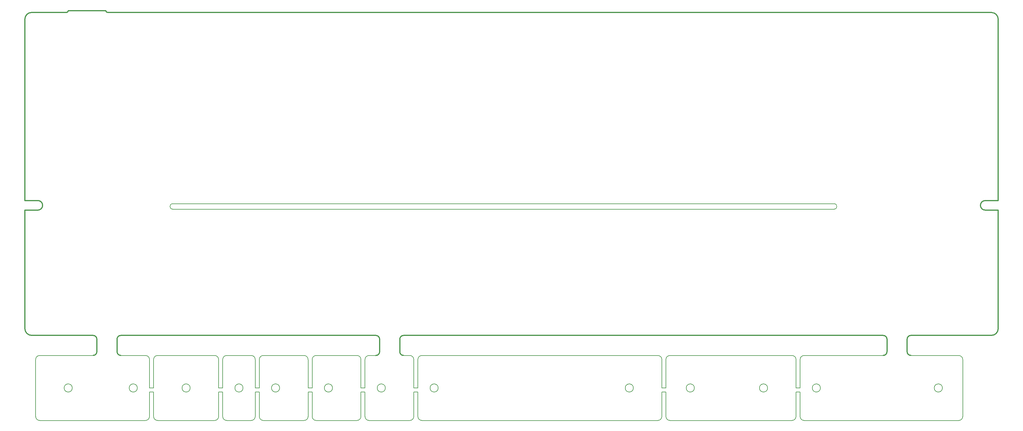
<source format=gm1>
G04 #@! TF.GenerationSoftware,KiCad,Pcbnew,(5.1.6-0-10_14)*
G04 #@! TF.CreationDate,2020-06-28T15:00:23+09:00*
G04 #@! TF.ProjectId,Jones,4a6f6e65-732e-46b6-9963-61645f706362,rev?*
G04 #@! TF.SameCoordinates,Original*
G04 #@! TF.FileFunction,Profile,NP*
%FSLAX46Y46*%
G04 Gerber Fmt 4.6, Leading zero omitted, Abs format (unit mm)*
G04 Created by KiCad (PCBNEW (5.1.6-0-10_14)) date 2020-06-28 15:00:23*
%MOMM*%
%LPD*%
G01*
G04 APERTURE LIST*
G04 #@! TA.AperFunction,Profile*
%ADD10C,0.150000*%
G04 #@! TD*
G04 #@! TA.AperFunction,Profile*
%ADD11C,0.300000*%
G04 #@! TD*
G04 #@! TA.AperFunction,Profile*
%ADD12C,0.200000*%
G04 #@! TD*
G04 APERTURE END LIST*
D10*
X123390070Y-123018580D02*
X125363840Y-123027040D01*
X250787480Y-123018580D02*
X273918280Y-123021960D01*
D11*
X282046280Y-117149480D02*
X305600000Y-117150000D01*
X133491840Y-117154560D02*
X273918280Y-117149480D01*
X126481440Y-118272160D02*
X126481440Y-121909440D01*
X132374240Y-121909440D02*
X132374240Y-118272160D01*
X125363840Y-117154560D02*
G75*
G02*
X126481440Y-118272160I0J-1117600D01*
G01*
X132374240Y-118272160D02*
G75*
G02*
X133491840Y-117154560I1117600J0D01*
G01*
X126481440Y-121909440D02*
G75*
G02*
X125363840Y-123027040I-1117600J0D01*
G01*
X133491840Y-123027040D02*
G75*
G02*
X132374240Y-121909440I0J1117600D01*
G01*
X275035880Y-118267080D02*
X275035880Y-121904360D01*
X280928680Y-121904360D02*
X280928680Y-118267080D01*
X273918280Y-117149480D02*
G75*
G02*
X275035880Y-118267080I0J-1117600D01*
G01*
X280928680Y-118267080D02*
G75*
G02*
X282046280Y-117149480I1117600J0D01*
G01*
X275035880Y-121904360D02*
G75*
G02*
X273918280Y-123021960I-1117600J0D01*
G01*
X282046280Y-123021960D02*
G75*
G02*
X280928680Y-121904360I0J1117600D01*
G01*
D10*
X50698000Y-123016880D02*
X57905420Y-123018580D01*
X26949040Y-123018580D02*
X42570000Y-123016880D01*
D11*
X50698000Y-123016880D02*
G75*
G02*
X49580400Y-121899280I0J1117600D01*
G01*
X43687600Y-121899280D02*
G75*
G02*
X42570000Y-123016880I-1117600J0D01*
G01*
X50698000Y-117144400D02*
X125363840Y-117154560D01*
X49580400Y-118262000D02*
G75*
G02*
X50698000Y-117144400I1117600J0D01*
G01*
X42570000Y-117144400D02*
G75*
G02*
X43687600Y-118262000I0J-1117600D01*
G01*
X24600000Y-117150000D02*
X42570000Y-117144400D01*
X49580400Y-121899280D02*
X49580400Y-118262000D01*
X43687600Y-118262000D02*
X43687600Y-121899280D01*
D10*
X297222050Y-124209210D02*
X297222050Y-133734250D01*
X297222050Y-133734250D02*
X297222050Y-140878030D01*
X60286680Y-124209210D02*
X60286680Y-132543620D01*
X60286680Y-133734250D02*
X60286680Y-140878030D01*
X59096050Y-124209210D02*
X59096050Y-132543620D01*
X59096050Y-133734250D02*
X59096050Y-140878030D01*
X59096050Y-132543620D02*
X60286680Y-132543620D01*
X60286680Y-133734250D02*
X59096050Y-133734250D01*
X80527390Y-124209210D02*
X80527390Y-132543620D01*
X80527390Y-133734250D02*
X80527390Y-140878030D01*
X79336760Y-124209210D02*
X79336760Y-132543620D01*
X79336760Y-133734250D02*
X79336760Y-140878030D01*
X79336760Y-132543620D02*
X80527390Y-132543620D01*
X80527390Y-133734250D02*
X79336760Y-133734250D01*
X91243060Y-124209210D02*
X91243060Y-132543620D01*
X91243060Y-133734250D02*
X91243060Y-140878030D01*
X90052430Y-124209210D02*
X90052430Y-132543620D01*
X90052430Y-133734250D02*
X90052430Y-140878030D01*
X90052430Y-132543620D02*
X91243060Y-132543620D01*
X91243060Y-133734250D02*
X90052430Y-133734250D01*
X106721250Y-124209210D02*
X106721250Y-132543620D01*
X106721250Y-133734250D02*
X106721250Y-140878030D01*
X105530620Y-124209210D02*
X105530620Y-132543620D01*
X105530620Y-133734250D02*
X105530620Y-140878030D01*
X105530620Y-132543620D02*
X106721250Y-132543620D01*
X106721250Y-133734250D02*
X105530620Y-133734250D01*
X122199440Y-124209210D02*
X122199440Y-132543620D01*
X122199440Y-133734250D02*
X122199440Y-140878030D01*
X121008810Y-124209210D02*
X121008810Y-132543620D01*
X121008810Y-133734250D02*
X121008810Y-140878030D01*
X121008810Y-132543620D02*
X122199440Y-132543620D01*
X122199440Y-133734250D02*
X121008810Y-133734250D01*
X137677630Y-124209210D02*
X137677630Y-132543620D01*
X137677630Y-133734250D02*
X137677630Y-140878030D01*
X136487000Y-124209210D02*
X136487000Y-132543620D01*
X136487000Y-133734250D02*
X136487000Y-140878030D01*
X136487000Y-132543620D02*
X137677630Y-132543620D01*
X137677630Y-133734250D02*
X136487000Y-133734250D01*
X210306060Y-124209210D02*
X210306060Y-132543620D01*
X210306060Y-133734250D02*
X210306060Y-140878030D01*
X209115430Y-124209210D02*
X209115430Y-132543620D01*
X209115430Y-133734250D02*
X209115430Y-140878030D01*
X209115430Y-132543620D02*
X210306060Y-132543620D01*
X210306060Y-133734250D02*
X209115430Y-133734250D01*
X249596850Y-133734250D02*
X248406220Y-133734250D01*
X248406220Y-132543620D02*
X249596850Y-132543620D01*
X86480540Y-132543620D02*
G75*
G03*
X86480540Y-132543620I-1190630J0D01*
G01*
X71002350Y-132543620D02*
G75*
G03*
X71002350Y-132543620I-1190630J0D01*
G01*
X128152590Y-132543620D02*
G75*
G03*
X128152590Y-132543620I-1190630J0D01*
G01*
X112674400Y-132543620D02*
G75*
G03*
X112674400Y-132543620I-1190630J0D01*
G01*
X97196210Y-132543620D02*
G75*
G03*
X97196210Y-132543620I-1190630J0D01*
G01*
X255550000Y-132543620D02*
G75*
G03*
X255550000Y-132543620I-1190630J0D01*
G01*
X291268900Y-132543620D02*
G75*
G03*
X291268900Y-132543620I-1190630J0D01*
G01*
X218640470Y-132543620D02*
G75*
G03*
X218640470Y-132543620I-1190630J0D01*
G01*
X240071810Y-132543620D02*
G75*
G03*
X240071810Y-132543620I-1190630J0D01*
G01*
X143630780Y-132543620D02*
G75*
G03*
X143630780Y-132543620I-1190630J0D01*
G01*
X200781020Y-132543620D02*
G75*
G03*
X200781020Y-132543620I-1190630J0D01*
G01*
X81718020Y-123018580D02*
X88861800Y-123018580D01*
X88861800Y-142068660D02*
X81718020Y-142068660D01*
X90052430Y-140878030D02*
G75*
G02*
X88861800Y-142068660I-1190630J0D01*
G01*
X80527390Y-124209210D02*
G75*
G02*
X81718020Y-123018580I1190630J0D01*
G01*
X88861800Y-123018580D02*
G75*
G02*
X90052430Y-124209210I0J-1190630D01*
G01*
X81718020Y-142068660D02*
G75*
G02*
X80527390Y-140878030I0J1190630D01*
G01*
X248406220Y-133734250D02*
X248406220Y-140878030D01*
X248406220Y-124209210D02*
X248406220Y-132543620D01*
X249596850Y-133734250D02*
X249596850Y-140878030D01*
X249596850Y-124209210D02*
X249596850Y-132543620D01*
X135296370Y-123018580D02*
G75*
G02*
X136487000Y-124209210I0J-1190630D01*
G01*
X123390070Y-142068660D02*
G75*
G02*
X122199440Y-140878030I0J1190630D01*
G01*
X282046280Y-123021960D02*
X296031420Y-123018580D01*
X296031420Y-142068660D02*
X250787480Y-142068660D01*
X249596850Y-124209210D02*
G75*
G02*
X250787480Y-123018580I1190630J0D01*
G01*
X250787480Y-142068660D02*
G75*
G02*
X249596850Y-140878030I0J1190630D01*
G01*
X296031420Y-123018580D02*
G75*
G02*
X297222050Y-124209210I0J-1190630D01*
G01*
X297222050Y-140878030D02*
G75*
G02*
X296031420Y-142068660I-1190630J0D01*
G01*
X210306060Y-124209210D02*
G75*
G02*
X211496690Y-123018580I1190630J0D01*
G01*
X211496690Y-142068660D02*
G75*
G02*
X210306060Y-140878030I0J1190630D01*
G01*
X248406220Y-140878030D02*
G75*
G02*
X247215590Y-142068660I-1190630J0D01*
G01*
X247215590Y-142068660D02*
X211496690Y-142068660D01*
X211496690Y-123018580D02*
X247215590Y-123018580D01*
X247215590Y-123018580D02*
G75*
G02*
X248406220Y-124209210I0J-1190630D01*
G01*
X207924800Y-123018580D02*
G75*
G02*
X209115430Y-124209210I0J-1190630D01*
G01*
X209115430Y-140878030D02*
G75*
G02*
X207924800Y-142068660I-1190630J0D01*
G01*
X138868260Y-142068660D02*
G75*
G02*
X137677630Y-140878030I0J1190630D01*
G01*
X137677630Y-124209210D02*
G75*
G02*
X138868260Y-123018580I1190630J0D01*
G01*
X207924800Y-142068660D02*
X138868260Y-142068660D01*
X138868260Y-123018580D02*
X207924800Y-123018580D01*
X104339990Y-142068660D02*
X92433690Y-142068660D01*
X105530620Y-140878030D02*
G75*
G02*
X104339990Y-142068660I-1190630J0D01*
G01*
X91243060Y-124209210D02*
G75*
G02*
X92433690Y-123018580I1190630J0D01*
G01*
X61477310Y-123018580D02*
X78146130Y-123018580D01*
X92433690Y-123018580D02*
X104339990Y-123018580D01*
X60286680Y-124209210D02*
G75*
G02*
X61477310Y-123018580I1190630J0D01*
G01*
X78146130Y-123018580D02*
G75*
G02*
X79336760Y-124209210I0J-1190630D01*
G01*
X61477310Y-142068660D02*
G75*
G02*
X60286680Y-140878030I0J1190630D01*
G01*
X79336760Y-140878030D02*
G75*
G02*
X78146130Y-142068660I-1190630J0D01*
G01*
X78146130Y-142068660D02*
X61477310Y-142068660D01*
X135296370Y-142068660D02*
X123390070Y-142068660D01*
X136487000Y-140878030D02*
G75*
G02*
X135296370Y-142068660I-1190630J0D01*
G01*
X122199440Y-124209210D02*
G75*
G02*
X123390070Y-123018580I1190630J0D01*
G01*
X104339990Y-123018580D02*
G75*
G02*
X105530620Y-124209210I0J-1190630D01*
G01*
X92433690Y-142068660D02*
G75*
G02*
X91243060Y-140878030I0J1190630D01*
G01*
X107911880Y-123018580D02*
X119818180Y-123018580D01*
X119818180Y-142068660D02*
X107911880Y-142068660D01*
X121008810Y-140878030D02*
G75*
G02*
X119818180Y-142068660I-1190630J0D01*
G01*
X106721250Y-124209210D02*
G75*
G02*
X107911880Y-123018580I1190630J0D01*
G01*
X119818180Y-123018580D02*
G75*
G02*
X121008810Y-124209210I0J-1190630D01*
G01*
X107911880Y-142068660D02*
G75*
G02*
X106721250Y-140878030I0J1190630D01*
G01*
X133491840Y-123027040D02*
X135296370Y-123018580D01*
X36474080Y-132543620D02*
G75*
G03*
X36474080Y-132543620I-1190630J0D01*
G01*
X55524160Y-132543620D02*
G75*
G03*
X55524160Y-132543620I-1190630J0D01*
G01*
X26949040Y-142068660D02*
G75*
G02*
X25758410Y-140878030I0J1190630D01*
G01*
X25758410Y-140878030D02*
X25758410Y-124209210D01*
X59096050Y-140878030D02*
G75*
G02*
X57905420Y-142068660I-1190630J0D01*
G01*
X25758410Y-124209210D02*
G75*
G02*
X26949040Y-123018580I1190630J0D01*
G01*
X57905420Y-123018580D02*
G75*
G02*
X59096050Y-124209210I0J-1190630D01*
G01*
X57905420Y-142068660D02*
X26949040Y-142068660D01*
X65881250Y-80168750D02*
X259556250Y-80168750D01*
X259556250Y-78581250D02*
X65881250Y-78581250D01*
D12*
X259556250Y-78581250D02*
G75*
G02*
X259556250Y-80168750I0J-793750D01*
G01*
X65881250Y-80168750D02*
G75*
G02*
X65881250Y-78581250I0J793750D01*
G01*
D11*
X24600000Y-22550000D02*
X34800000Y-22550000D01*
X35300000Y-22050000D02*
X46300000Y-22050000D01*
X303800000Y-77650000D02*
X307600000Y-77650000D01*
X303800000Y-80450000D02*
X307600000Y-80450000D01*
X307600000Y-77650000D02*
X307600000Y-24550000D01*
X307600000Y-80450000D02*
X307600000Y-115150000D01*
X22600000Y-77650000D02*
X22600000Y-24550000D01*
X26400000Y-77650000D02*
X22600000Y-77650000D01*
X22600000Y-80450000D02*
X26400000Y-80450000D01*
X22600000Y-115150000D02*
X22600000Y-80450000D01*
X305600000Y-22550000D02*
X46800000Y-22550000D01*
X46300000Y-22050000D02*
G75*
G03*
X46800000Y-22550000I500000J0D01*
G01*
X34800000Y-22550000D02*
G75*
G03*
X35300000Y-22050000I0J500000D01*
G01*
X26400000Y-80450000D02*
G75*
G03*
X27800000Y-79050000I0J1400000D01*
G01*
X303800000Y-80450000D02*
G75*
G02*
X302400000Y-79050000I0J1400000D01*
G01*
X302400000Y-79050000D02*
G75*
G02*
X303800000Y-77650000I1400000J0D01*
G01*
X27800000Y-79050000D02*
G75*
G03*
X26400000Y-77650000I-1400000J0D01*
G01*
X307600000Y-24550000D02*
G75*
G03*
X305600000Y-22550000I-2000000J0D01*
G01*
X305600000Y-117150000D02*
G75*
G03*
X307600000Y-115150000I0J2000000D01*
G01*
X22600000Y-115150000D02*
G75*
G03*
X24600000Y-117150000I2000000J0D01*
G01*
X24600000Y-22550000D02*
G75*
G03*
X22600000Y-24550000I0J-2000000D01*
G01*
M02*

</source>
